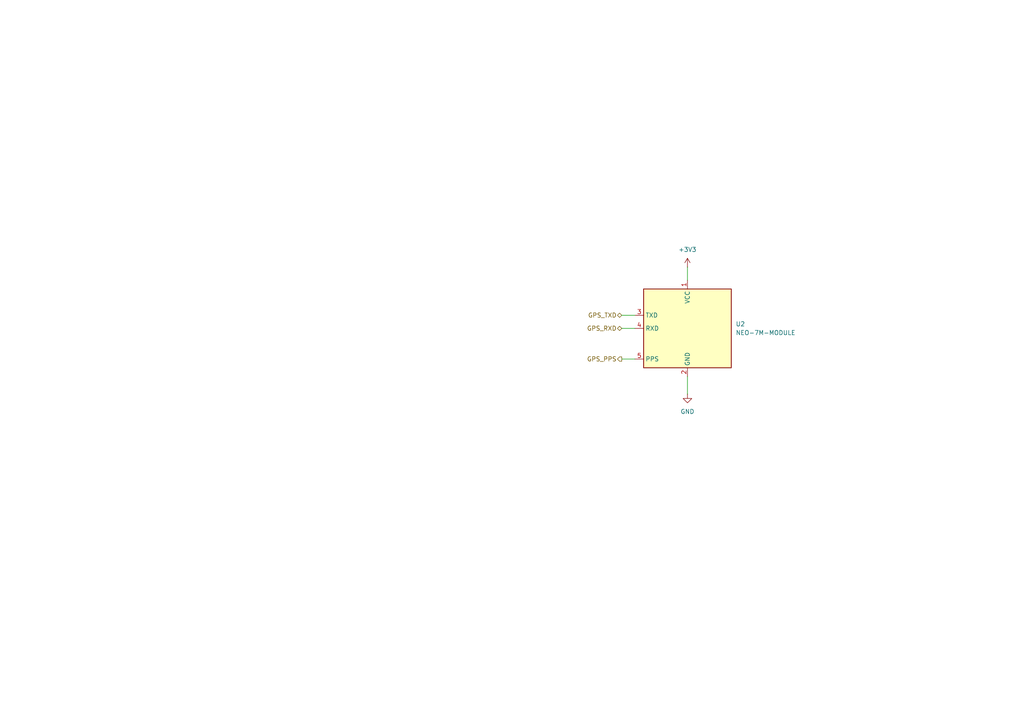
<source format=kicad_sch>
(kicad_sch (version 20231120) (generator "eeschema") (generator_version "8.0")
  (paper "A4")
  (title_block (title "Datalogger Expansion Shield") (date "2025-02-26") (rev "1.2"))
  (lib_symbols
    (symbol "Neo7M_Module_Lib:NEO-7M-MODULE"
      (property "Reference" "U" (at -11.938 24.13 0))
      (property "Value" "NEO-7M-MODULE" (at 13.97 24.13 0))
      (symbol "NEO-7M-MODULE_0_1"
        (rectangle (start -12.7 22.86) (end 12.7 0) (stroke (width 0.254)) (fill (type background)))
      )
      (symbol "NEO-7M-MODULE_1_1"
        (pin power_in line (at 0 25.4 270) (length 2.54) (name "VCC") (number "1"))
        (pin power_in line (at 0 -2.54 90) (length 2.54) (name "GND") (number "2"))
        (pin output line (at -15.24 15.24 0) (length 2.54) (name "TXD") (number "3"))
        (pin input line (at -15.24 11.43 0) (length 2.54) (name "RXD") (number "4"))
        (pin input line (at -15.24 2.54 0) (length 2.54) (name "PPS") (number "5"))
      )
    )
    (symbol "power:+3V3" (power) (pin_numbers hide) (pin_names (offset 0) hide)
      (property "Value" "+3V3" (at 0 3.556 0))
      (symbol "+3V3_0_1"
        (polyline (pts (xy -0.762 1.27) (xy 0 2.54)))
        (polyline (pts (xy 0 0) (xy 0 2.54)))
        (polyline (pts (xy 0 2.54) (xy 0.762 1.27)))
      )
      (symbol "+3V3_1_1"
        (pin power_in line (at 0 0 90) (length 0) (name "~") (number "1"))
      )
    )
    (symbol "power:GND" (power) (pin_numbers hide) (pin_names (offset 0) hide)
      (property "Value" "GND" (at 0 -3.81 0))
      (symbol "GND_0_1"
        (polyline (pts (xy 0 0) (xy 0 -1.27) (xy 1.27 -1.27) (xy 0 -2.54) (xy -1.27 -1.27) (xy 0 -1.27)))
      )
      (symbol "GND_1_1"
        (pin power_in line (at 0 0 270) (length 0) (name "~") (number "1"))
      )
    )
  )
  (wire (pts (xy 199.39 77.47) (xy 199.39 81.28)))
  (wire (pts (xy 180.34 95.25) (xy 184.15 95.25)))
  (wire (pts (xy 180.34 104.14) (xy 184.15 104.14)))
  (wire (pts (xy 180.34 91.44) (xy 184.15 91.44)))
  (wire (pts (xy 199.39 114.3) (xy 199.39 109.22)))
  (hierarchical_label "GPS_PPS" (shape output) (at 180.34 104.14 180))
  (hierarchical_label "GPS_RXD" (shape bidirectional) (at 180.34 95.25 180))
  (hierarchical_label "GPS_TXD" (shape bidirectional) (at 180.34 91.44 180))
  (symbol (lib_id "Neo7M_Module_Lib:NEO-7M-MODULE") (at 199.39 106.68 0) (unit 1)
    (property "Reference" "U2" (at 213.36 93.9799 0) (effects (justify left)))
    (property "Value" "NEO-7M-MODULE" (at 213.36 96.5199 0) (effects (justify left)))
    (property "Footprint" "Neo7M_Module_Lib:Neo-7M-Module" (effects (hide yes)))
    (property "Datasheet" "https://www.mouser.co.uk/datasheet/2/1025/NEO_7_DataSheet__UBX_13003830_-2010064.pdf" (effects (hide yes)))
    (property "Description" "GPS Module (Assembled miniBoard) Neo-7M-Module (https://dratek.cz/docs/produkty/0/474/1502177743.pdf)" (effects (hide yes)))
  )
  (symbol (lib_id "power:GND") (at 199.39 114.3 0) (unit 1)
    (property "Reference" "#PWR026" (effects (hide yes)))
    (property "Value" "GND" (at 199.39 119.38 0))
    (property "Description" "Power symbol creates a global label with name \"GND\" , ground" (effects (hide yes)))
  )
  (symbol (lib_id "power:+3V3") (at 199.39 77.47 0) (unit 1)
    (property "Reference" "#PWR023" (effects (hide yes)))
    (property "Value" "+3V3" (at 199.39 72.39 0))
    (property "Description" "Power symbol creates a global label with name \"+3V3\"" (effects (hide yes)))
  )
)
</source>
